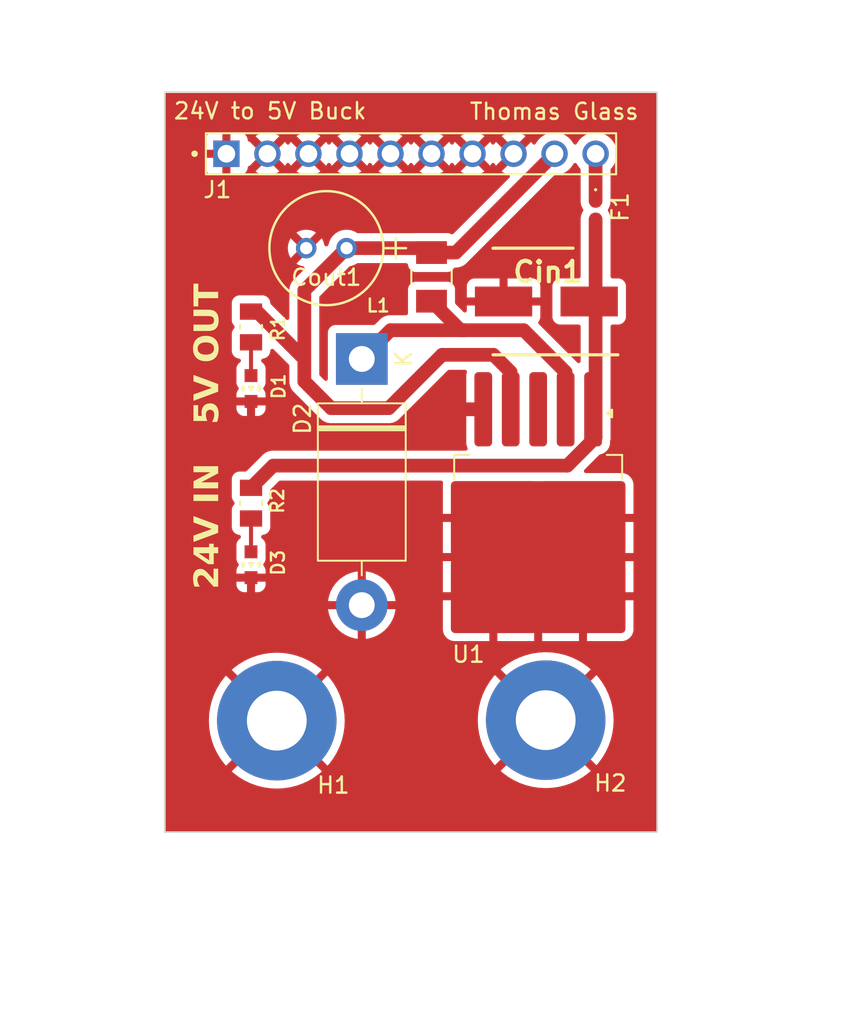
<source format=kicad_pcb>
(kicad_pcb (version 20240108) (generator "pcbnew") (generator_version "8.0")
  (layers (0 "F.Cu" signal) (1 "In1.Cu" signal) (2 "In2.Cu" signal) (31 "B.Cu" signal) (34 "B.Paste" user) (35 "F.Paste" user) (36 "B.SilkS" user "B.Silkscreen") (37 "F.SilkS" user "F.Silkscreen") (38 "B.Mask" user) (39 "F.Mask" user) (44 "Edge.Cuts" user))
  (net 0 "")
  (net 1 "/+24V")
  (net 2 "/+5V")
  (net 3 "Net-(D3-Pad2)")
  (net 4 "Net-(D2-K)")
  (net 5 "Net-(D1-Pad2)")
  (net 6 "GND")
  (net 7 "Net-(U1-VIN)")
  (footprint "footprints:CAP_YX_6P3X11_RUB" (layer "F.Cu") (at 107.77125 79.502 180)
    (property "Reference" "Cout1" (at 1.258563 -1.811366 0) (layer "F.SilkS"))
    (property "Value" "220u")
    (property "VALUE" "" (hide yes))
    (fp_line (start -3.0426 -0.635) (end -3.0426 0.635) (stroke (width 0.1524)) (layer "F.SilkS"))
    (fp_line (start -3.6776 0) (end -2.4076 0) (stroke (width 0.1524)) (layer "F.SilkS"))
    (fp_circle (center 1.25 0) (end 4.7806 0) (stroke (width 0.1524)) (fill none) (layer "F.SilkS"))
    (pad "1" thru_hole circle (at 0 0 180) (size 1.27 1.27) (drill 0.762) (layers "*.Cu" "*.Mask") (net 2 "/+5V"))
    (pad "2" thru_hole circle (at 2.5 0 180) (size 1.27 1.27) (drill 0.762) (layers "*.Cu" "*.Mask") (net 6 "GND"))
  )
  (footprint "Package_TO_SOT_SMD:TO-263-5_TabPin3" (layer "F.Cu") (at 119.634 97.125 -90)
    (property "Reference" "U1" (at 7.523 4.318 0) (layer "F.SilkS"))
    (property "Value" "LM2596S-5")
    (property "VALUE" "" (hide yes))
    (fp_line (start -4.825 5.2) (end -4.825 4.25) (stroke (width 0.12)) (layer "F.SilkS"))
    (fp_line (start -3.325 5.2) (end -4.825 5.2) (stroke (width 0.12)) (layer "F.SilkS"))
    (fp_line (start -4.825 -5.2) (end -4.825 -4.25) (stroke (width 0.12)) (layer "F.SilkS"))
    (fp_line (start -3.325 -5.2) (end -4.825 -5.2) (stroke (width 0.12)) (layer "F.SilkS"))
    (fp_poly (pts (xy -7.3875 -4.25) (xy -7.6275 -4.58) (xy -7.1475 -4.58) (xy -7.3875 -4.25)) (stroke (width 0.12)) (fill solid) (layer "F.SilkS"))
    (pad "1" smd roundrect (at -7.65 -3.4 270) (size 4.6 1.1) (layers "F.Cu" "F.Paste" "F.Mask") (roundrect_rratio 0.227273) (net 7 "Net-(U1-VIN)"))
    (pad "2" smd roundrect (at -7.65 -1.7 270) (size 4.6 1.1) (layers "F.Cu" "F.Paste" "F.Mask") (roundrect_rratio 0.227273) (net 4 "Net-(D2-K)"))
    (pad "3" smd roundrect (at -7.65 0 270) (size 4.6 1.1) (layers "F.Cu" "F.Paste" "F.Mask") (roundrect_rratio 0.227273) (net 6 "GND"))
    (pad "3" smd roundrect (at -0.925 -2.775 270) (size 4.55 5.25) (layers "F.Cu" "F.Paste") (roundrect_rratio 0.054945) (net 6 "GND"))
    (pad "3" smd roundrect (at -0.925 2.775 270) (size 4.55 5.25) (layers "F.Cu" "F.Paste") (roundrect_rratio 0.054945) (net 6 "GND"))
    (pad "3" smd roundrect (at 1.5 0 270) (size 9.4 10.8) (layers "F.Cu" "F.Mask") (roundrect_rratio 0.026596) (net 6 "GND"))
    (pad "3" smd roundrect (at 3.925 -2.775 270) (size 4.55 5.25) (layers "F.Cu" "F.Paste") (roundrect_rratio 0.054945) (net 6 "GND"))
    (pad "3" smd roundrect (at 3.925 2.775 270) (size 4.55 5.25) (layers "F.Cu" "F.Paste") (roundrect_rratio 0.054945) (net 6 "GND"))
    (pad "4" smd roundrect (at -7.65 1.7 270) (size 4.6 1.1) (layers "F.Cu" "F.Paste" "F.Mask") (roundrect_rratio 0.227273) (net 2 "/+5V"))
    (pad "5" smd roundrect (at -7.65 3.4 270) (size 4.6 1.1) (layers "F.Cu" "F.Paste" "F.Mask") (roundrect_rratio 0.227273) (net 6 "GND"))
  )
  (footprint "KiCad:CAPAE660X800N" (layer "F.Cu") (at 120.142 82.804 180)
    (property "Reference" "Cin1" (at -0.0919 1.824274 0) (layer "F.SilkS") (effects (font (size 1.27 1.27) (thickness 0.254))))
    (property "Value" "680u" (hide yes))
    (property "VALUE" "" (hide yes))
    (fp_line (start -1.65 3.3) (end 3.3 3.3) (stroke (width 0.2)) (layer "F.SilkS"))
    (fp_line (start -4.425 -3.3) (end 3.3 -3.3) (stroke (width 0.2)) (layer "F.SilkS"))
    (pad "1" smd rect (at -2.65 0 270) (size 1.85 3.55) (layers "F.Cu" "F.Paste" "F.Mask") (net 7 "Net-(U1-VIN)"))
    (pad "2" smd rect (at 2.65 0 270) (size 1.85 3.55) (layers "F.Cu" "F.Paste" "F.Mask") (net 6 "GND"))
  )
  (footprint "WL-SMCW_0603:WL-SMCW_0603" (layer "F.Cu") (at 101.854 88.19 90)
    (property "Reference" "D1" (at 0.13 1.71 90) (layer "F.SilkS") (effects (font (size 0.8 0.8))))
    (property "Value" "150060VS75000")
    (property "VALUE" "" (hide yes))
    (fp_line (start -0.1 -0.5) (end 0.1 -0.5) (stroke (width 0.2)) (layer "F.SilkS"))
    (fp_line (start 0.11 -0.14) (end 0.11 0.15) (stroke (width 0.1)) (layer "F.SilkS"))
    (fp_line (start -0.13 0) (end 0.11 -0.14) (stroke (width 0.1)) (layer "F.SilkS"))
    (fp_line (start 0.11 0.15) (end -0.13 0) (stroke (width 0.1)) (layer "F.SilkS"))
    (fp_line (start 0.1 0.5) (end -0.1 0.5) (stroke (width 0.2)) (layer "F.SilkS"))
    (pad "1" smd rect (at -0.8 0 90) (size 0.8 0.8) (layers "F.Cu" "F.Paste" "F.Mask") (net 6 "GND"))
    (pad "2" smd rect (at 0.8 0 90) (size 0.8 0.8) (layers "F.Cu" "F.Paste" "F.Mask") (net 5 "Net-(D1-Pad2)"))
  )
  (footprint "MountingHole:MountingHole_3.7mm_Pad" (layer "F.Cu") (at 103.45 108.7499)
    (property "Reference" "H1" (at 3.5 4 0) (layer "F.SilkS"))
    (property "Value" "MountingHole_Pad")
    (pad "1" thru_hole circle (at 0 0) (size 7.4 7.4) (drill 3.7) (layers "*.Cu" "*.Mask") (net 6 "GND"))
  )
  (footprint "MountingHole:MountingHole_3.7mm_Pad" (layer "F.Cu") (at 120.1 108.72)
    (property "Reference" "H2" (at 4 3.9 0) (layer "F.SilkS"))
    (property "Value" "MountingHole_Pad")
    (pad "1" thru_hole circle (at 0 0) (size 7.4 7.4) (drill 3.7) (layers "*.Cu" "*.Mask") (net 6 "GND"))
  )
  (footprint "RMCF0805JT1K10:RESC2012X65N" (layer "F.Cu") (at 101.854 84.38 -90)
    (property "Reference" "R1" (at 0.09 -1.67 90) (layer "F.SilkS") (effects (font (size 0.8 0.8))))
    (property "Value" "1.1k")
    (property "VALUE" "" (hide yes))
    (fp_line (start -0.12 0.68) (end 0.12 0.68) (stroke (width 0.127)) (layer "F.SilkS"))
    (fp_line (start -0.12 -0.68) (end 0.12 -0.68) (stroke (width 0.127)) (layer "F.SilkS"))
    (pad "1" smd rect (at -0.95 0 270) (size 1.01 1.38) (layers "F.Cu" "F.Paste" "F.Mask") (net 2 "/+5V"))
    (pad "2" smd rect (at 0.95 0 270) (size 1.01 1.38) (layers "F.Cu" "F.Paste" "F.Mask") (net 5 "Net-(D1-Pad2)"))
  )
  (footprint "WL-SMCW_0603:WL-SMCW_0603" (layer "F.Cu") (at 101.854 99.098 90)
    (property "Reference" "D3" (at 0.12 1.67 90) (layer "F.SilkS") (effects (font (size 0.8 0.8))))
    (property "Value" "150060RS75000")
    (property "VALUE" "" (hide yes))
    (fp_line (start -0.1 -0.5) (end 0.1 -0.5) (stroke (width 0.2)) (layer "F.SilkS"))
    (fp_line (start 0.11 -0.14) (end 0.11 0.15) (stroke (width 0.1)) (layer "F.SilkS"))
    (fp_line (start -0.13 0) (end 0.11 -0.14) (stroke (width 0.1)) (layer "F.SilkS"))
    (fp_line (start 0.11 0.15) (end -0.13 0) (stroke (width 0.1)) (layer "F.SilkS"))
    (fp_line (start 0.1 0.5) (end -0.1 0.5) (stroke (width 0.2)) (layer "F.SilkS"))
    (pad "1" smd rect (at -0.8 0 90) (size 0.8 0.8) (layers "F.Cu" "F.Paste" "F.Mask") (net 6 "GND"))
    (pad "2" smd rect (at 0.8 0 90) (size 0.8 0.8) (layers "F.Cu" "F.Paste" "F.Mask") (net 3 "Net-(D3-Pad2)"))
  )
  (footprint "Diode_THT:D_DO-201AD_P15.24mm_Horizontal" (layer "F.Cu") (at 108.712 86.36 -90)
    (property "Reference" "D2" (at 3.7 3.67 -90) (layer "F.SilkS"))
    (property "Value" "1N5822")
    (property "VALUE" "" (hide yes))
    (fp_line (start 2.75 2.72) (end 12.49 2.72) (stroke (width 0.12)) (layer "F.SilkS"))
    (fp_line (start 12.49 2.72) (end 12.49 -2.72) (stroke (width 0.12)) (layer "F.SilkS"))
    (fp_line (start 1.84 0) (end 2.75 0) (stroke (width 0.12)) (layer "F.SilkS"))
    (fp_line (start 13.4 0) (end 12.49 0) (stroke (width 0.12)) (layer "F.SilkS"))
    (fp_line (start 2.75 -2.72) (end 2.75 2.72) (stroke (width 0.12)) (layer "F.SilkS"))
    (fp_line (start 4.175 -2.72) (end 4.175 2.72) (stroke (width 0.12)) (layer "F.SilkS"))
    (fp_line (start 4.295 -2.72) (end 4.295 2.72) (stroke (width 0.12)) (layer "F.SilkS"))
    (fp_line (start 4.415 -2.72) (end 4.415 2.72) (stroke (width 0.12)) (layer "F.SilkS"))
    (fp_line (start 12.49 -2.72) (end 2.75 -2.72) (stroke (width 0.12)) (layer "F.SilkS"))
    (fp_text user "K" (at 0 -2.6 90) (layer "F.SilkS"))
    (pad "1" thru_hole rect (at 0 0 270) (size 3.2 3.2) (drill 1.6) (layers "*.Cu" "*.Mask") (net 4 "Net-(D2-K)"))
    (pad "2" thru_hole oval (at 15.24 0 270) (size 3.2 3.2) (drill 1.6) (layers "*.Cu" "*.Mask") (net 6 "GND"))
  )
  (footprint "Diode_SMD:D_0402_1005Metric_Pad0.77x0.64mm_HandSolder" (layer "F.Cu") (at 123.19 77.1515 -90)
    (property "Reference" "F1" (at -0.1895 -1.524 90) (layer "F.SilkS"))
    (property "Value" "Fuse")
    (fp_circle (center -1.265 0) (end -1.215 0) (stroke (width 0.1)) (fill none) (layer "F.SilkS"))
    (pad "1" smd roundrect (at -0.5725 0 270) (size 0.765 0.64) (layers "F.Cu" "F.Paste" "F.Mask") (net 1 "/+24V"))
    (pad "2" smd roundrect (at 0.5725 0 270) (size 0.765 0.64) (layers "F.Cu" "F.Paste" "F.Mask") (net 7 "Net-(U1-VIN)"))
  )
  (footprint "NLCV32T_330K_EF:INDM3225X240N" (layer "F.Cu") (at 113.03 81.28 90)
    (property "Reference" "L1" (at -1.778 -3.302 360) (layer "F.SilkS") (effects (font (size 0.8 0.8))))
    (property "Value" "33u")
    (property "VALUE" "" (hide yes))
    (fp_line (start -0.48 -1.25) (end 0.48 -1.25) (stroke (width 0.127)) (layer "F.SilkS"))
    (fp_line (start -0.48 1.25) (end 0.48 1.25) (stroke (width 0.127)) (layer "F.SilkS"))
    (pad "1" smd rect (at -1.505 0 90) (size 1.41 1.91) (layers "F.Cu" "F.Paste" "F.Mask") (net 4 "Net-(D2-K)"))
    (pad "2" smd rect (at 1.505 0 90) (size 1.41 1.91) (layers "F.Cu" "F.Paste" "F.Mask") (net 2 "/+5V"))
  )
  (footprint "10pin Socket:PRECI-DIP_310-87-110-41-001101" (layer "F.Cu") (at 111.76 73.66)
    (property "Reference" "J1" (at -11.988337 2.228803 0) (layer "F.SilkS"))
    (property "Value" "Conn_01x10_Socket")
    (property "VALUE" "" (hide yes))
    (fp_line (start -12.7 -1.27) (end 12.7 -1.27) (stroke (width 0.127)) (layer "F.SilkS"))
    (fp_line (start -12.7 1.27) (end -12.7 -1.27) (stroke (width 0.127)) (layer "F.SilkS"))
    (fp_line (start 12.7 -1.27) (end 12.7 1.27) (stroke (width 0.127)) (layer "F.SilkS"))
    (fp_line (start 12.7 1.27) (end -12.7 1.27) (stroke (width 0.127)) (layer "F.SilkS"))
    (fp_circle (center -13.4 0) (end -13.3 0) (stroke (width 0.2)) (fill none) (layer "F.SilkS"))
    (pad "1" thru_hole rect (at -11.43 0) (size 1.635 1.635) (drill 1.09) (layers "*.Cu" "*.Mask") (net 6 "GND"))
    (pad "2" thru_hole circle (at -8.89 0) (size 1.635 1.635) (drill 1.09) (layers "*.Cu" "*.Mask") (net 6 "GND"))
    (pad "3" thru_hole circle (at -6.35 0) (size 1.635 1.635) (drill 1.09) (layers "*.Cu" "*.Mask") (net 6 "GND"))
    (pad "4" thru_hole circle (at -3.81 0) (size 1.635 1.635) (drill 1.09) (layers "*.Cu" "*.Mask") (net 6 "GND"))
    (pad "5" thru_hole circle (at -1.27 0) (size 1.635 1.635) (drill 1.09) (layers "*.Cu" "*.Mask") (net 6 "GND"))
    (pad "6" thru_hole circle (at 1.27 0) (size 1.635 1.635) (drill 1.09) (layers "*.Cu" "*.Mask") (net 6 "GND"))
    (pad "7" thru_hole circle (at 3.81 0) (size 1.635 1.635) (drill 1.09) (layers "*.Cu" "*.Mask") (net 6 "GND"))
    (pad "8" thru_hole circle (at 6.35 0) (size 1.635 1.635) (drill 1.09) (layers "*.Cu" "*.Mask") (net 6 "GND"))
    (pad "9" thru_hole circle (at 8.89 0) (size 1.635 1.635) (drill 1.09) (layers "*.Cu" "*.Mask") (net 2 "/+5V"))
    (pad "10" thru_hole circle (at 11.43 0) (size 1.635 1.635) (drill 1.09) (layers "*.Cu" "*.Mask") (net 1 "/+24V"))
  )
  (footprint "RMCF0805JT1K10:RESC2012X65N" (layer "F.Cu") (at 101.854 95.288 -90)
    (property "Reference" "R2" (at -0.14 -1.63 90) (layer "F.SilkS") (effects (font (size 0.8 0.8))))
    (property "Value" "1.1k")
    (property "VALUE" "" (hide yes))
    (fp_line (start -0.12 0.68) (end 0.12 0.68) (stroke (width 0.127)) (layer "F.SilkS"))
    (fp_line (start -0.12 -0.68) (end 0.12 -0.68) (stroke (width 0.127)) (layer "F.SilkS"))
    (pad "1" smd rect (at -0.95 0 270) (size 1.01 1.38) (layers "F.Cu" "F.Paste" "F.Mask") (net 7 "Net-(U1-VIN)"))
    (pad "2" smd rect (at 0.95 0 270) (size 1.01 1.38) (layers "F.Cu" "F.Paste" "F.Mask") (net 3 "Net-(D3-Pad2)"))
  )
  (gr_rect (start 96.52 69.85) (end 127 115.65) (stroke (width 0.1)) (fill none) (layer "Edge.Cuts"))
  (gr_text "Thomas Glass" (at 115.316 71.628 0) (layer "F.SilkS") (effects (font (size 1 1)) (justify left bottom)))
  (gr_text "5V OUT" (at 100.076 90.424 90) (layer "F.SilkS") (effects (font (size 1.5 1.5) (thickness 0.25)) (justify left bottom)))
  (gr_text "24V to 5V Buck" (at 96.98512 71.596712 0) (layer "F.SilkS") (effects (font (size 1 1)) (justify left bottom)))
  (gr_text "24V IN" (at 100.076 100.622 90) (layer "F.SilkS") (effects (font (size 1.5 1.5) (thickness 0.3) (bold yes)) (justify left bottom)))
  (segment (start 123.19 73.66) (end 123.19 76.579) (width 0.85) (layer "F.Cu") (net 1))
  (segment (start 112.757 79.502) (end 113.03 79.775) (width 0.85) (layer "F.Cu") (net 2))
  (segment (start 117.934 89.475) (end 117.934 87.175) (width 0.25) (layer "F.Cu") (net 2))
  (segment (start 105.156 86.36) (end 102.226 83.43) (width 0.85) (layer "F.Cu") (net 2))
  (segment (start 102.226 83.43) (end 101.854 83.43) (width 0.85) (layer "F.Cu") (net 2))
  (segment (start 105.156 86.36) (end 105.156 82.11725) (width 0.85) (layer "F.Cu") (net 2))
  (segment (start 114.535 79.775) (end 120.65 73.66) (width 0.85) (layer "F.Cu") (net 2))
  (segment (start 105.156 87.748) (end 105.156 86.36) (width 0.85) (layer "F.Cu") (net 2))
  (segment (start 113.03 79.775) (end 114.535 79.775) (width 0.85) (layer "F.Cu") (net 2))
  (segment (start 110.383 89.408) (end 106.816 89.408) (width 0.85) (layer "F.Cu") (net 2))
  (segment (start 116.865 86.106) (end 113.685 86.106) (width 0.85) (layer "F.Cu") (net 2))
  (segment (start 105.156 82.11725) (end 107.77125 79.502) (width 0.85) (layer "F.Cu") (net 2))
  (segment (start 117.934 87.175) (end 116.865 86.106) (width 0.85) (layer "F.Cu") (net 2))
  (segment (start 113.685 86.106) (end 110.383 89.408) (width 0.85) (layer "F.Cu") (net 2))
  (segment (start 107.77125 79.502) (end 112.757 79.502) (width 0.85) (layer "F.Cu") (net 2))
  (segment (start 106.816 89.408) (end 105.156 87.748) (width 0.85) (layer "F.Cu") (net 2))
  (segment (start 101.854 98.298) (end 101.854 96.238) (width 0.25) (layer "F.Cu") (net 3))
  (segment (start 110.49 84.582) (end 108.712 86.36) (width 0.85) (layer "F.Cu") (net 4))
  (segment (start 118.741 84.582) (end 115.062 84.582) (width 0.85) (layer "F.Cu") (net 4))
  (segment (start 115.062 84.582) (end 110.49 84.582) (width 0.85) (layer "F.Cu") (net 4))
  (segment (start 121.334 87.175) (end 118.741 84.582) (width 0.85) (layer "F.Cu") (net 4))
  (segment (start 114.827 84.582) (end 113.03 82.785) (width 0.85) (layer "F.Cu") (net 4))
  (segment (start 121.334 89.475) (end 121.334 87.175) (width 0.25) (layer "F.Cu") (net 4))
  (segment (start 115.062 84.582) (end 114.827 84.582) (width 0.85) (layer "F.Cu") (net 4))
  (segment (start 101.854 87.39) (end 101.854 85.33) (width 0.25) (layer "F.Cu") (net 5))
  (segment (start 116.234 89.475) (end 114.367 89.475) (width 0.85) (layer "F.Cu") (net 6))
  (segment (start 123.19 77.724) (end 123.19 82.406) (width 0.85) (layer "F.Cu") (net 7))
  (segment (start 123.19 82.406) (end 122.792 82.804) (width 0.25) (layer "F.Cu") (net 7))
  (segment (start 122.792 89.233) (end 123.034 89.475) (width 0.25) (layer "F.Cu") (net 7))
  (segment (start 122.792 82.804) (end 123.19 83.202) (width 0.85) (layer "F.Cu") (net 7))
  (segment (start 123.19 91.213364) (end 121.439364 92.964) (width 0.85) (layer "F.Cu") (net 7))
  (segment (start 123.19 83.202) (end 123.19 91.213364) (width 0.85) (layer "F.Cu") (net 7))
  (segment (start 121.439364 92.964) (end 103.228 92.964) (width 0.85) (layer "F.Cu") (net 7))
  (segment (start 103.228 92.964) (end 101.854 94.338) (width 0.85) (layer "F.Cu") (net 7))
  (zone (net 6) (net_name "GND") (layer "F.Cu") (connect_pads (clearance 0.5)) (min_thickness 0.25) (fill yes (thermal_gap 0.5) (thermal_bridge_width 0.5))
    (polygon (pts (xy 96.52 69.85) (xy 96.5 115.61) (xy 126.98 115.66) (xy 127 69.85)))
  )
)
</source>
